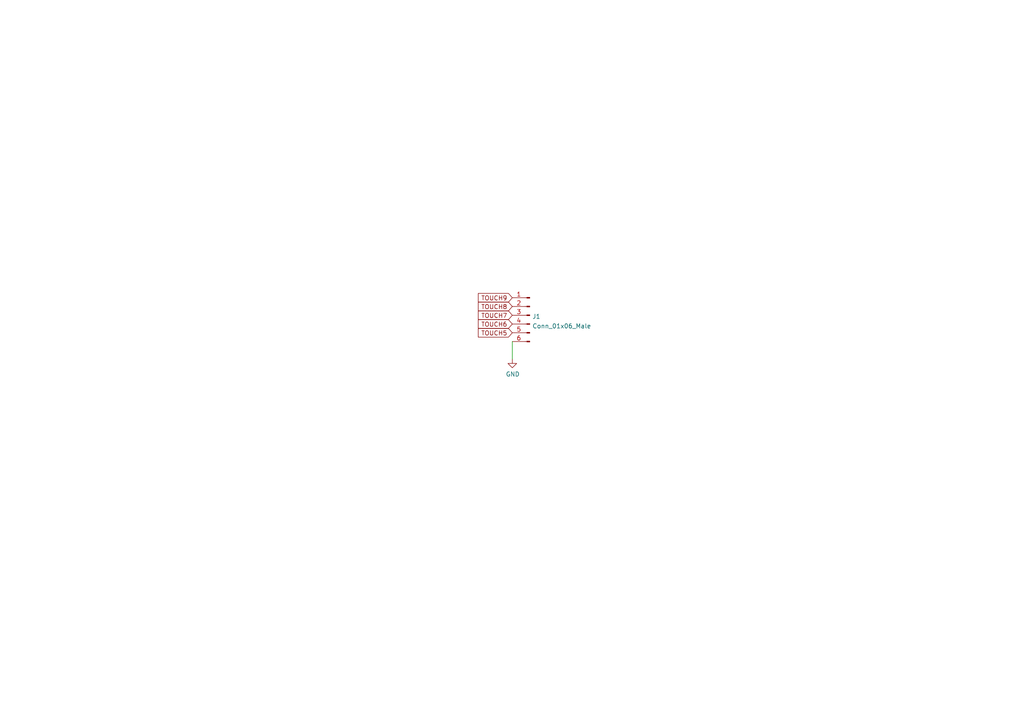
<source format=kicad_sch>
(kicad_sch (version 20211123) (generator eeschema)
  (paper "A4")
  (lib_symbols
    (symbol "Connector:Conn_01x06_Male" (pin_names (offset 1.016) hide)
      (property "Reference" "J" (at 0 7.62 0))
      (property "Value" "Conn_01x06_Male" (at 0 -10.16 0))
      (symbol "Conn_01x06_Male_1_1"
        (polyline (pts (xy 1.27 -7.62) (xy 0.8636 -7.62)) (stroke (width 0.1524)))
        (polyline (pts (xy 1.27 -5.08) (xy 0.8636 -5.08)) (stroke (width 0.1524)))
        (polyline (pts (xy 1.27 -2.54) (xy 0.8636 -2.54)) (stroke (width 0.1524)))
        (polyline (pts (xy 1.27 0) (xy 0.8636 0)) (stroke (width 0.1524)))
        (polyline (pts (xy 1.27 2.54) (xy 0.8636 2.54)) (stroke (width 0.1524)))
        (polyline (pts (xy 1.27 5.08) (xy 0.8636 5.08)) (stroke (width 0.1524)))
        (rectangle (start 0.8636 -7.493) (end 0 -7.747) (stroke (width 0.1524)) (fill (type outline)))
        (rectangle (start 0.8636 -4.953) (end 0 -5.207) (stroke (width 0.1524)) (fill (type outline)))
        (rectangle (start 0.8636 -2.413) (end 0 -2.667) (stroke (width 0.1524)) (fill (type outline)))
        (rectangle (start 0.8636 0.127) (end 0 -0.127) (stroke (width 0.1524)) (fill (type outline)))
        (rectangle (start 0.8636 2.667) (end 0 2.413) (stroke (width 0.1524)) (fill (type outline)))
        (rectangle (start 0.8636 5.207) (end 0 4.953) (stroke (width 0.1524)) (fill (type outline)))
        (pin passive line (at 5.08 5.08 180) (length 3.81) (name "Pin_1") (number "1"))
        (pin passive line (at 5.08 2.54 180) (length 3.81) (name "Pin_2") (number "2"))
        (pin passive line (at 5.08 0 180) (length 3.81) (name "Pin_3") (number "3"))
        (pin passive line (at 5.08 -2.54 180) (length 3.81) (name "Pin_4") (number "4"))
        (pin passive line (at 5.08 -5.08 180) (length 3.81) (name "Pin_5") (number "5"))
        (pin passive line (at 5.08 -7.62 180) (length 3.81) (name "Pin_6") (number "6"))
      )
    )
    (symbol "power:GND" (power) (pin_names (offset 0))
      (property "Value" "GND" (at 0 -3.81 0))
      (symbol "GND_0_1"
        (polyline (pts (xy 0 0) (xy 0 -1.27) (xy 1.27 -1.27) (xy 0 -2.54) (xy -1.27 -1.27) (xy 0 -1.27)))
      )
      (symbol "GND_1_1"
        (pin power_in line (at 0 0 270) (length 0) hide (name "GND") (number "1"))
      )
    )
  )
  (wire (pts (xy 148.59 99.06) (xy 148.59 104.14)))
  (global_label "TOUCH9" (shape input) (at 148.59 86.36 180) (property "Intersheet References" "${INTERSHEET_REFS}" (effects hide)))
  (global_label "TOUCH5" (shape input) (at 148.59 96.52 180) (property "Intersheet References" "${INTERSHEET_REFS}" (effects hide)))
  (global_label "TOUCH7" (shape input) (at 148.59 91.44 180) (property "Intersheet References" "${INTERSHEET_REFS}" (effects hide)))
  (global_label "TOUCH8" (shape input) (at 148.59 88.9 180) (property "Intersheet References" "${INTERSHEET_REFS}" (effects hide)))
  (global_label "TOUCH6" (shape input) (at 148.59 93.98 180) (property "Intersheet References" "${INTERSHEET_REFS}" (effects hide)))
  (symbol (lib_id "power:GND") (at 148.59 104.14 0) (unit 1)
    (property "Reference" "#PWR0101" (effects hide))
    (property "Value" "GND" (at 148.717 108.5342 0))
  )
  (symbol (lib_id "Connector:Conn_01x06_Male") (at 153.67 91.44 0) (mirror y) (unit 1)
    (property "Reference" "J1" (at 154.3812 91.8015 0) (effects (justify right)))
    (property "Value" "Conn_01x06_Male" (at 154.3812 94.5766 0) (effects (justify right)))
    (property "Footprint" "Connector_PinHeader_2.54mm:PinHeader_1x06_P2.54mm_Vertical" (effects hide))
  )
)
</source>
